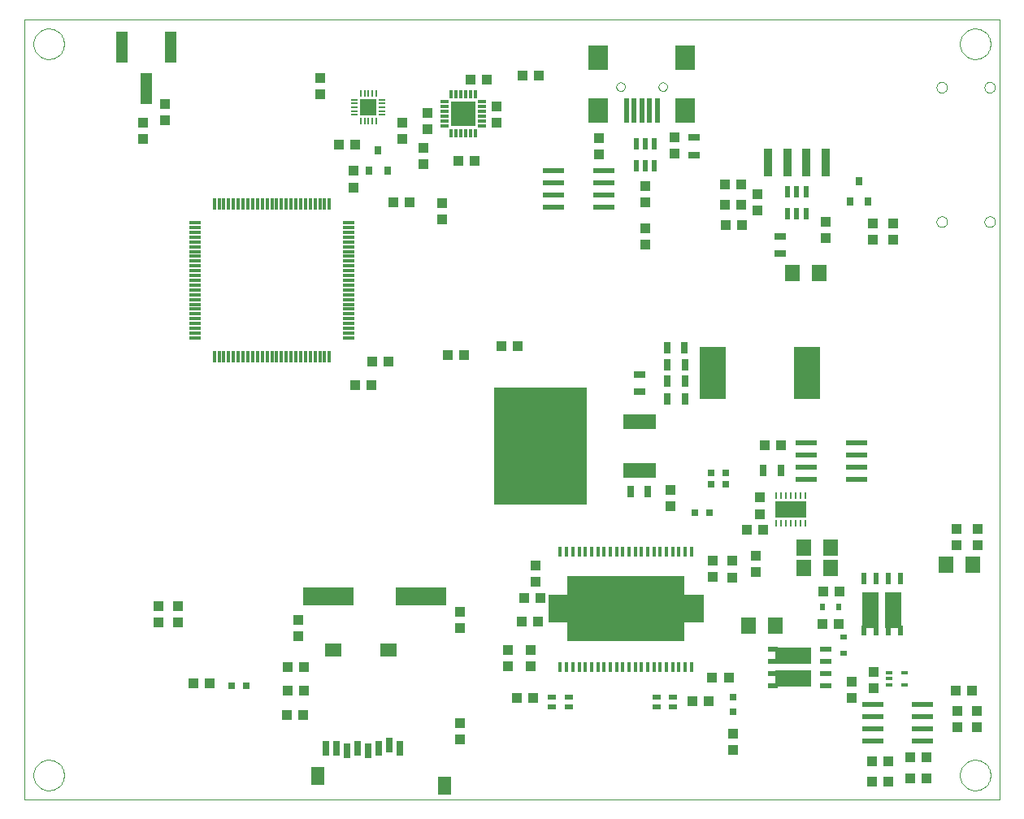
<source format=gtp>
G75*
G70*
%OFA0B0*%
%FSLAX24Y24*%
%IPPOS*%
%LPD*%
%AMOC8*
5,1,8,0,0,1.08239X$1,22.5*
%
%ADD10C,0.0000*%
%ADD11R,0.0472X0.0118*%
%ADD12R,0.0118X0.0472*%
%ADD13R,0.0470X0.1300*%
%ADD14R,0.0118X0.0413*%
%ADD15R,0.4803X0.2697*%
%ADD16R,0.0787X0.1142*%
%ADD17R,0.0433X0.0394*%
%ADD18R,0.0394X0.0433*%
%ADD19R,0.0197X0.0984*%
%ADD20R,0.0787X0.0984*%
%ADD21R,0.0236X0.0472*%
%ADD22R,0.0866X0.0236*%
%ADD23R,0.0354X0.1181*%
%ADD24R,0.0472X0.0315*%
%ADD25R,0.0315X0.0354*%
%ADD26R,0.0315X0.0315*%
%ADD27R,0.0098X0.0276*%
%ADD28R,0.1299X0.0669*%
%ADD29R,0.0330X0.0125*%
%ADD30R,0.0125X0.0330*%
%ADD31R,0.1000X0.1000*%
%ADD32R,0.1102X0.2126*%
%ADD33R,0.0315X0.0472*%
%ADD34R,0.2100X0.0760*%
%ADD35R,0.0630X0.0709*%
%ADD36R,0.0080X0.0310*%
%ADD37R,0.0310X0.0080*%
%ADD38R,0.0669X0.0669*%
%ADD39R,0.0295X0.0157*%
%ADD40R,0.0270X0.0130*%
%ADD41R,0.0500X0.0240*%
%ADD42R,0.0400X0.0240*%
%ADD43R,0.1500X0.0650*%
%ADD44R,0.0240X0.0500*%
%ADD45R,0.0240X0.0400*%
%ADD46R,0.0650X0.1500*%
%ADD47R,0.0236X0.0315*%
%ADD48R,0.0315X0.0236*%
%ADD49R,0.0335X0.0197*%
%ADD50R,0.1380X0.0630*%
%ADD51R,0.3840X0.4800*%
%ADD52R,0.0870X0.0240*%
%ADD53R,0.0709X0.0551*%
%ADD54R,0.0551X0.0748*%
%ADD55R,0.0315X0.0591*%
D10*
X000150Y001990D02*
X000150Y033990D01*
X040150Y033990D01*
X040150Y001990D01*
X000150Y001990D01*
X000525Y002990D02*
X000527Y003040D01*
X000533Y003089D01*
X000543Y003138D01*
X000556Y003185D01*
X000574Y003232D01*
X000595Y003277D01*
X000619Y003320D01*
X000647Y003361D01*
X000678Y003400D01*
X000712Y003436D01*
X000749Y003470D01*
X000789Y003500D01*
X000830Y003527D01*
X000874Y003551D01*
X000919Y003571D01*
X000966Y003587D01*
X001014Y003600D01*
X001063Y003609D01*
X001113Y003614D01*
X001162Y003615D01*
X001212Y003612D01*
X001261Y003605D01*
X001310Y003594D01*
X001357Y003580D01*
X001403Y003561D01*
X001448Y003539D01*
X001491Y003514D01*
X001531Y003485D01*
X001569Y003453D01*
X001605Y003419D01*
X001638Y003381D01*
X001667Y003341D01*
X001693Y003299D01*
X001716Y003255D01*
X001735Y003209D01*
X001751Y003162D01*
X001763Y003113D01*
X001771Y003064D01*
X001775Y003015D01*
X001775Y002965D01*
X001771Y002916D01*
X001763Y002867D01*
X001751Y002818D01*
X001735Y002771D01*
X001716Y002725D01*
X001693Y002681D01*
X001667Y002639D01*
X001638Y002599D01*
X001605Y002561D01*
X001569Y002527D01*
X001531Y002495D01*
X001491Y002466D01*
X001448Y002441D01*
X001403Y002419D01*
X001357Y002400D01*
X001310Y002386D01*
X001261Y002375D01*
X001212Y002368D01*
X001162Y002365D01*
X001113Y002366D01*
X001063Y002371D01*
X001014Y002380D01*
X000966Y002393D01*
X000919Y002409D01*
X000874Y002429D01*
X000830Y002453D01*
X000789Y002480D01*
X000749Y002510D01*
X000712Y002544D01*
X000678Y002580D01*
X000647Y002619D01*
X000619Y002660D01*
X000595Y002703D01*
X000574Y002748D01*
X000556Y002795D01*
X000543Y002842D01*
X000533Y002891D01*
X000527Y002940D01*
X000525Y002990D01*
X024427Y031230D02*
X024429Y031256D01*
X024435Y031282D01*
X024445Y031307D01*
X024458Y031330D01*
X024474Y031350D01*
X024494Y031368D01*
X024516Y031383D01*
X024539Y031395D01*
X024565Y031403D01*
X024591Y031407D01*
X024617Y031407D01*
X024643Y031403D01*
X024669Y031395D01*
X024693Y031383D01*
X024714Y031368D01*
X024734Y031350D01*
X024750Y031330D01*
X024763Y031307D01*
X024773Y031282D01*
X024779Y031256D01*
X024781Y031230D01*
X024779Y031204D01*
X024773Y031178D01*
X024763Y031153D01*
X024750Y031130D01*
X024734Y031110D01*
X024714Y031092D01*
X024692Y031077D01*
X024669Y031065D01*
X024643Y031057D01*
X024617Y031053D01*
X024591Y031053D01*
X024565Y031057D01*
X024539Y031065D01*
X024515Y031077D01*
X024494Y031092D01*
X024474Y031110D01*
X024458Y031130D01*
X024445Y031153D01*
X024435Y031178D01*
X024429Y031204D01*
X024427Y031230D01*
X026159Y031230D02*
X026161Y031256D01*
X026167Y031282D01*
X026177Y031307D01*
X026190Y031330D01*
X026206Y031350D01*
X026226Y031368D01*
X026248Y031383D01*
X026271Y031395D01*
X026297Y031403D01*
X026323Y031407D01*
X026349Y031407D01*
X026375Y031403D01*
X026401Y031395D01*
X026425Y031383D01*
X026446Y031368D01*
X026466Y031350D01*
X026482Y031330D01*
X026495Y031307D01*
X026505Y031282D01*
X026511Y031256D01*
X026513Y031230D01*
X026511Y031204D01*
X026505Y031178D01*
X026495Y031153D01*
X026482Y031130D01*
X026466Y031110D01*
X026446Y031092D01*
X026424Y031077D01*
X026401Y031065D01*
X026375Y031057D01*
X026349Y031053D01*
X026323Y031053D01*
X026297Y031057D01*
X026271Y031065D01*
X026247Y031077D01*
X026226Y031092D01*
X026206Y031110D01*
X026190Y031130D01*
X026177Y031153D01*
X026167Y031178D01*
X026161Y031204D01*
X026159Y031230D01*
X037559Y031206D02*
X037561Y031235D01*
X037567Y031263D01*
X037576Y031291D01*
X037589Y031317D01*
X037606Y031340D01*
X037625Y031362D01*
X037647Y031381D01*
X037672Y031396D01*
X037698Y031409D01*
X037726Y031417D01*
X037754Y031422D01*
X037783Y031423D01*
X037812Y031420D01*
X037840Y031413D01*
X037867Y031403D01*
X037893Y031389D01*
X037916Y031372D01*
X037937Y031352D01*
X037955Y031329D01*
X037970Y031304D01*
X037981Y031277D01*
X037989Y031249D01*
X037993Y031220D01*
X037993Y031192D01*
X037989Y031163D01*
X037981Y031135D01*
X037970Y031108D01*
X037955Y031083D01*
X037937Y031060D01*
X037916Y031040D01*
X037893Y031023D01*
X037867Y031009D01*
X037840Y030999D01*
X037812Y030992D01*
X037783Y030989D01*
X037754Y030990D01*
X037726Y030995D01*
X037698Y031003D01*
X037672Y031016D01*
X037647Y031031D01*
X037625Y031050D01*
X037606Y031072D01*
X037589Y031095D01*
X037576Y031121D01*
X037567Y031149D01*
X037561Y031177D01*
X037559Y031206D01*
X039527Y031206D02*
X039529Y031235D01*
X039535Y031263D01*
X039544Y031291D01*
X039557Y031317D01*
X039574Y031340D01*
X039593Y031362D01*
X039615Y031381D01*
X039640Y031396D01*
X039666Y031409D01*
X039694Y031417D01*
X039722Y031422D01*
X039751Y031423D01*
X039780Y031420D01*
X039808Y031413D01*
X039835Y031403D01*
X039861Y031389D01*
X039884Y031372D01*
X039905Y031352D01*
X039923Y031329D01*
X039938Y031304D01*
X039949Y031277D01*
X039957Y031249D01*
X039961Y031220D01*
X039961Y031192D01*
X039957Y031163D01*
X039949Y031135D01*
X039938Y031108D01*
X039923Y031083D01*
X039905Y031060D01*
X039884Y031040D01*
X039861Y031023D01*
X039835Y031009D01*
X039808Y030999D01*
X039780Y030992D01*
X039751Y030989D01*
X039722Y030990D01*
X039694Y030995D01*
X039666Y031003D01*
X039640Y031016D01*
X039615Y031031D01*
X039593Y031050D01*
X039574Y031072D01*
X039557Y031095D01*
X039544Y031121D01*
X039535Y031149D01*
X039529Y031177D01*
X039527Y031206D01*
X038525Y032990D02*
X038527Y033040D01*
X038533Y033089D01*
X038543Y033138D01*
X038556Y033185D01*
X038574Y033232D01*
X038595Y033277D01*
X038619Y033320D01*
X038647Y033361D01*
X038678Y033400D01*
X038712Y033436D01*
X038749Y033470D01*
X038789Y033500D01*
X038830Y033527D01*
X038874Y033551D01*
X038919Y033571D01*
X038966Y033587D01*
X039014Y033600D01*
X039063Y033609D01*
X039113Y033614D01*
X039162Y033615D01*
X039212Y033612D01*
X039261Y033605D01*
X039310Y033594D01*
X039357Y033580D01*
X039403Y033561D01*
X039448Y033539D01*
X039491Y033514D01*
X039531Y033485D01*
X039569Y033453D01*
X039605Y033419D01*
X039638Y033381D01*
X039667Y033341D01*
X039693Y033299D01*
X039716Y033255D01*
X039735Y033209D01*
X039751Y033162D01*
X039763Y033113D01*
X039771Y033064D01*
X039775Y033015D01*
X039775Y032965D01*
X039771Y032916D01*
X039763Y032867D01*
X039751Y032818D01*
X039735Y032771D01*
X039716Y032725D01*
X039693Y032681D01*
X039667Y032639D01*
X039638Y032599D01*
X039605Y032561D01*
X039569Y032527D01*
X039531Y032495D01*
X039491Y032466D01*
X039448Y032441D01*
X039403Y032419D01*
X039357Y032400D01*
X039310Y032386D01*
X039261Y032375D01*
X039212Y032368D01*
X039162Y032365D01*
X039113Y032366D01*
X039063Y032371D01*
X039014Y032380D01*
X038966Y032393D01*
X038919Y032409D01*
X038874Y032429D01*
X038830Y032453D01*
X038789Y032480D01*
X038749Y032510D01*
X038712Y032544D01*
X038678Y032580D01*
X038647Y032619D01*
X038619Y032660D01*
X038595Y032703D01*
X038574Y032748D01*
X038556Y032795D01*
X038543Y032842D01*
X038533Y032891D01*
X038527Y032940D01*
X038525Y032990D01*
X037559Y025694D02*
X037561Y025723D01*
X037567Y025751D01*
X037576Y025779D01*
X037589Y025805D01*
X037606Y025828D01*
X037625Y025850D01*
X037647Y025869D01*
X037672Y025884D01*
X037698Y025897D01*
X037726Y025905D01*
X037754Y025910D01*
X037783Y025911D01*
X037812Y025908D01*
X037840Y025901D01*
X037867Y025891D01*
X037893Y025877D01*
X037916Y025860D01*
X037937Y025840D01*
X037955Y025817D01*
X037970Y025792D01*
X037981Y025765D01*
X037989Y025737D01*
X037993Y025708D01*
X037993Y025680D01*
X037989Y025651D01*
X037981Y025623D01*
X037970Y025596D01*
X037955Y025571D01*
X037937Y025548D01*
X037916Y025528D01*
X037893Y025511D01*
X037867Y025497D01*
X037840Y025487D01*
X037812Y025480D01*
X037783Y025477D01*
X037754Y025478D01*
X037726Y025483D01*
X037698Y025491D01*
X037672Y025504D01*
X037647Y025519D01*
X037625Y025538D01*
X037606Y025560D01*
X037589Y025583D01*
X037576Y025609D01*
X037567Y025637D01*
X037561Y025665D01*
X037559Y025694D01*
X039527Y025694D02*
X039529Y025723D01*
X039535Y025751D01*
X039544Y025779D01*
X039557Y025805D01*
X039574Y025828D01*
X039593Y025850D01*
X039615Y025869D01*
X039640Y025884D01*
X039666Y025897D01*
X039694Y025905D01*
X039722Y025910D01*
X039751Y025911D01*
X039780Y025908D01*
X039808Y025901D01*
X039835Y025891D01*
X039861Y025877D01*
X039884Y025860D01*
X039905Y025840D01*
X039923Y025817D01*
X039938Y025792D01*
X039949Y025765D01*
X039957Y025737D01*
X039961Y025708D01*
X039961Y025680D01*
X039957Y025651D01*
X039949Y025623D01*
X039938Y025596D01*
X039923Y025571D01*
X039905Y025548D01*
X039884Y025528D01*
X039861Y025511D01*
X039835Y025497D01*
X039808Y025487D01*
X039780Y025480D01*
X039751Y025477D01*
X039722Y025478D01*
X039694Y025483D01*
X039666Y025491D01*
X039640Y025504D01*
X039615Y025519D01*
X039593Y025538D01*
X039574Y025560D01*
X039557Y025583D01*
X039544Y025609D01*
X039535Y025637D01*
X039529Y025665D01*
X039527Y025694D01*
X038525Y002990D02*
X038527Y003040D01*
X038533Y003089D01*
X038543Y003138D01*
X038556Y003185D01*
X038574Y003232D01*
X038595Y003277D01*
X038619Y003320D01*
X038647Y003361D01*
X038678Y003400D01*
X038712Y003436D01*
X038749Y003470D01*
X038789Y003500D01*
X038830Y003527D01*
X038874Y003551D01*
X038919Y003571D01*
X038966Y003587D01*
X039014Y003600D01*
X039063Y003609D01*
X039113Y003614D01*
X039162Y003615D01*
X039212Y003612D01*
X039261Y003605D01*
X039310Y003594D01*
X039357Y003580D01*
X039403Y003561D01*
X039448Y003539D01*
X039491Y003514D01*
X039531Y003485D01*
X039569Y003453D01*
X039605Y003419D01*
X039638Y003381D01*
X039667Y003341D01*
X039693Y003299D01*
X039716Y003255D01*
X039735Y003209D01*
X039751Y003162D01*
X039763Y003113D01*
X039771Y003064D01*
X039775Y003015D01*
X039775Y002965D01*
X039771Y002916D01*
X039763Y002867D01*
X039751Y002818D01*
X039735Y002771D01*
X039716Y002725D01*
X039693Y002681D01*
X039667Y002639D01*
X039638Y002599D01*
X039605Y002561D01*
X039569Y002527D01*
X039531Y002495D01*
X039491Y002466D01*
X039448Y002441D01*
X039403Y002419D01*
X039357Y002400D01*
X039310Y002386D01*
X039261Y002375D01*
X039212Y002368D01*
X039162Y002365D01*
X039113Y002366D01*
X039063Y002371D01*
X039014Y002380D01*
X038966Y002393D01*
X038919Y002409D01*
X038874Y002429D01*
X038830Y002453D01*
X038789Y002480D01*
X038749Y002510D01*
X038712Y002544D01*
X038678Y002580D01*
X038647Y002619D01*
X038619Y002660D01*
X038595Y002703D01*
X038574Y002748D01*
X038556Y002795D01*
X038543Y002842D01*
X038533Y002891D01*
X038527Y002940D01*
X038525Y002990D01*
X000525Y032990D02*
X000527Y033040D01*
X000533Y033089D01*
X000543Y033138D01*
X000556Y033185D01*
X000574Y033232D01*
X000595Y033277D01*
X000619Y033320D01*
X000647Y033361D01*
X000678Y033400D01*
X000712Y033436D01*
X000749Y033470D01*
X000789Y033500D01*
X000830Y033527D01*
X000874Y033551D01*
X000919Y033571D01*
X000966Y033587D01*
X001014Y033600D01*
X001063Y033609D01*
X001113Y033614D01*
X001162Y033615D01*
X001212Y033612D01*
X001261Y033605D01*
X001310Y033594D01*
X001357Y033580D01*
X001403Y033561D01*
X001448Y033539D01*
X001491Y033514D01*
X001531Y033485D01*
X001569Y033453D01*
X001605Y033419D01*
X001638Y033381D01*
X001667Y033341D01*
X001693Y033299D01*
X001716Y033255D01*
X001735Y033209D01*
X001751Y033162D01*
X001763Y033113D01*
X001771Y033064D01*
X001775Y033015D01*
X001775Y032965D01*
X001771Y032916D01*
X001763Y032867D01*
X001751Y032818D01*
X001735Y032771D01*
X001716Y032725D01*
X001693Y032681D01*
X001667Y032639D01*
X001638Y032599D01*
X001605Y032561D01*
X001569Y032527D01*
X001531Y032495D01*
X001491Y032466D01*
X001448Y032441D01*
X001403Y032419D01*
X001357Y032400D01*
X001310Y032386D01*
X001261Y032375D01*
X001212Y032368D01*
X001162Y032365D01*
X001113Y032366D01*
X001063Y032371D01*
X001014Y032380D01*
X000966Y032393D01*
X000919Y032409D01*
X000874Y032429D01*
X000830Y032453D01*
X000789Y032480D01*
X000749Y032510D01*
X000712Y032544D01*
X000678Y032580D01*
X000647Y032619D01*
X000619Y032660D01*
X000595Y032703D01*
X000574Y032748D01*
X000556Y032795D01*
X000543Y032842D01*
X000533Y032891D01*
X000527Y032940D01*
X000525Y032990D01*
D11*
X007150Y025652D03*
X007150Y025455D03*
X007150Y025258D03*
X007150Y025061D03*
X007150Y024864D03*
X007150Y024668D03*
X007150Y024471D03*
X007150Y024274D03*
X007150Y024077D03*
X007150Y023880D03*
X007150Y023683D03*
X007150Y023486D03*
X007150Y023290D03*
X007150Y023093D03*
X007150Y022896D03*
X007150Y022699D03*
X007150Y022502D03*
X007150Y022305D03*
X007150Y022109D03*
X007150Y021912D03*
X007150Y021715D03*
X007150Y021518D03*
X007150Y021321D03*
X007150Y021124D03*
X007150Y020927D03*
X013450Y020927D03*
X013450Y021124D03*
X013450Y021321D03*
X013450Y021518D03*
X013450Y021715D03*
X013450Y021912D03*
X013450Y022109D03*
X013450Y022305D03*
X013450Y022502D03*
X013450Y022699D03*
X013450Y022896D03*
X013450Y023093D03*
X013450Y023290D03*
X013450Y023486D03*
X013450Y023683D03*
X013450Y023880D03*
X013450Y024077D03*
X013450Y024274D03*
X013450Y024471D03*
X013450Y024668D03*
X013450Y024864D03*
X013450Y025061D03*
X013450Y025258D03*
X013450Y025455D03*
X013450Y025652D03*
D12*
X012662Y026439D03*
X012465Y026439D03*
X012269Y026439D03*
X012072Y026439D03*
X011875Y026439D03*
X011678Y026439D03*
X011481Y026439D03*
X011284Y026439D03*
X011087Y026439D03*
X010891Y026439D03*
X010694Y026439D03*
X010497Y026439D03*
X010300Y026439D03*
X010103Y026439D03*
X009906Y026439D03*
X009709Y026439D03*
X009513Y026439D03*
X009316Y026439D03*
X009119Y026439D03*
X008922Y026439D03*
X008725Y026439D03*
X008528Y026439D03*
X008331Y026439D03*
X008135Y026439D03*
X007938Y026439D03*
X007938Y020140D03*
X008135Y020140D03*
X008331Y020140D03*
X008528Y020140D03*
X008725Y020140D03*
X008922Y020140D03*
X009119Y020140D03*
X009316Y020140D03*
X009513Y020140D03*
X009709Y020140D03*
X009906Y020140D03*
X010103Y020140D03*
X010300Y020140D03*
X010497Y020140D03*
X010694Y020140D03*
X010891Y020140D03*
X011087Y020140D03*
X011284Y020140D03*
X011481Y020140D03*
X011678Y020140D03*
X011875Y020140D03*
X012072Y020140D03*
X012269Y020140D03*
X012465Y020140D03*
X012662Y020140D03*
D13*
X005150Y031150D03*
X004150Y032850D03*
X006150Y032850D03*
D14*
X022133Y012172D03*
X022389Y012172D03*
X022645Y012172D03*
X022901Y012172D03*
X023157Y012172D03*
X023413Y012172D03*
X023669Y012172D03*
X023924Y012172D03*
X024180Y012172D03*
X024436Y012172D03*
X024692Y012172D03*
X024948Y012172D03*
X025204Y012172D03*
X025460Y012172D03*
X025716Y012172D03*
X025972Y012172D03*
X026228Y012172D03*
X026484Y012172D03*
X026739Y012172D03*
X026995Y012172D03*
X027251Y012172D03*
X027507Y012172D03*
X027507Y007428D03*
X027251Y007428D03*
X026995Y007428D03*
X026739Y007428D03*
X026484Y007428D03*
X026228Y007428D03*
X025972Y007428D03*
X025716Y007428D03*
X025460Y007428D03*
X025204Y007428D03*
X024948Y007428D03*
X024692Y007428D03*
X024436Y007428D03*
X024180Y007428D03*
X023924Y007428D03*
X023669Y007428D03*
X023413Y007428D03*
X023157Y007428D03*
X022901Y007428D03*
X022645Y007428D03*
X022389Y007428D03*
X022133Y007428D03*
D15*
X024830Y009810D03*
D16*
X027625Y009810D03*
X022035Y009810D03*
D17*
X021305Y010240D03*
X020635Y010240D03*
X020555Y009290D03*
X021225Y009290D03*
X021005Y006140D03*
X020335Y006140D03*
X027535Y006030D03*
X028205Y006030D03*
X028365Y006980D03*
X029035Y006980D03*
X032875Y009200D03*
X033545Y009200D03*
X033585Y010530D03*
X032915Y010530D03*
X030455Y013040D03*
X029785Y013040D03*
X030525Y016510D03*
X031195Y016510D03*
X029575Y025540D03*
X028905Y025540D03*
X028895Y026390D03*
X029565Y026390D03*
X029555Y027230D03*
X028885Y027230D03*
X021255Y031690D03*
X020585Y031690D03*
X019125Y031510D03*
X018455Y031510D03*
X018605Y028200D03*
X017935Y028200D03*
X015965Y026480D03*
X015295Y026480D03*
X013725Y028850D03*
X013055Y028850D03*
X019715Y020600D03*
X020385Y020600D03*
X018195Y020210D03*
X017525Y020210D03*
X015085Y019970D03*
X014415Y019970D03*
X014385Y019000D03*
X013715Y019000D03*
X011605Y007420D03*
X010935Y007420D03*
X010935Y006440D03*
X011605Y006440D03*
X011585Y005460D03*
X010915Y005460D03*
X007745Y006740D03*
X007075Y006740D03*
X034905Y003570D03*
X035575Y003570D03*
X036475Y003730D03*
X037145Y003730D03*
X037145Y002850D03*
X036475Y002850D03*
X035575Y002730D03*
X034905Y002730D03*
X038355Y006470D03*
X039025Y006470D03*
D18*
X039230Y005634D03*
X039230Y004965D03*
X038420Y004955D03*
X038420Y005624D03*
X034980Y006555D03*
X034980Y007224D03*
X034090Y006834D03*
X034090Y006165D03*
X029220Y004694D03*
X029220Y004025D03*
X020900Y007445D03*
X020900Y008114D03*
X019990Y008114D03*
X019990Y007445D03*
X018010Y009035D03*
X018010Y009704D03*
X021110Y010925D03*
X021110Y011594D03*
X026640Y014025D03*
X026640Y014694D03*
X028370Y011784D03*
X028370Y011115D03*
X029170Y011105D03*
X029170Y011774D03*
X030160Y011994D03*
X030160Y011325D03*
X030320Y013705D03*
X030320Y014374D03*
X038370Y013084D03*
X038370Y012415D03*
X039250Y012425D03*
X039250Y013094D03*
X035770Y024945D03*
X035770Y025614D03*
X034960Y025634D03*
X034960Y024965D03*
X033010Y025035D03*
X033010Y025704D03*
X030230Y026155D03*
X030230Y026824D03*
X026820Y028475D03*
X026820Y029144D03*
X025620Y027144D03*
X025620Y026475D03*
X025620Y025414D03*
X025620Y024745D03*
X023700Y028455D03*
X023700Y029124D03*
X019530Y029755D03*
X019530Y030424D03*
X016690Y030164D03*
X016690Y029495D03*
X016500Y028734D03*
X016500Y028065D03*
X015660Y029075D03*
X015660Y029744D03*
X013660Y027774D03*
X013660Y027105D03*
X017290Y026444D03*
X017290Y025775D03*
X012280Y030935D03*
X012280Y031604D03*
X005920Y030524D03*
X005920Y029855D03*
X005020Y029754D03*
X005020Y029085D03*
X005660Y009924D03*
X005660Y009255D03*
X006460Y009255D03*
X006460Y009924D03*
X011390Y009354D03*
X011390Y008685D03*
X018030Y005124D03*
X018030Y004455D03*
D19*
X024840Y030245D03*
X025155Y030245D03*
X025470Y030245D03*
X025785Y030245D03*
X026100Y030245D03*
D20*
X027242Y030245D03*
X027242Y032411D03*
X023698Y032411D03*
X023698Y030245D03*
D21*
X025246Y028883D03*
X025620Y028883D03*
X025994Y028883D03*
X025994Y027977D03*
X025620Y027977D03*
X025246Y027977D03*
X031456Y026923D03*
X031830Y026923D03*
X032204Y026923D03*
X032204Y026017D03*
X031830Y026017D03*
X031456Y026017D03*
D22*
X023914Y026290D03*
X023914Y026790D03*
X023914Y027290D03*
X023914Y027790D03*
X021866Y027790D03*
X021866Y027290D03*
X021866Y026790D03*
X021866Y026290D03*
X034936Y005880D03*
X034936Y005380D03*
X034936Y004880D03*
X034936Y004380D03*
X036984Y004380D03*
X036984Y004880D03*
X036984Y005380D03*
X036984Y005880D03*
D23*
X033011Y028131D03*
X032224Y028131D03*
X031436Y028131D03*
X030649Y028131D03*
D24*
X027600Y028435D03*
X027600Y029144D03*
X031140Y025094D03*
X031140Y024385D03*
X025370Y019424D03*
X025370Y018715D03*
D25*
X034016Y026536D03*
X034764Y026536D03*
X034390Y027363D03*
X015034Y027796D03*
X014286Y027796D03*
X014660Y028623D03*
D26*
X028315Y015390D03*
X028315Y014920D03*
X028905Y014920D03*
X028905Y015390D03*
X028235Y013770D03*
X027645Y013770D03*
X029230Y006175D03*
X029230Y005584D03*
X009245Y006640D03*
X008655Y006640D03*
D27*
X030989Y013329D03*
X031186Y013329D03*
X031383Y013329D03*
X031580Y013329D03*
X031777Y013329D03*
X031974Y013329D03*
X032171Y013329D03*
X032171Y014470D03*
X031974Y014470D03*
X031777Y014470D03*
X031580Y014470D03*
X031383Y014470D03*
X031186Y014470D03*
X030989Y014470D03*
D28*
X031580Y013900D03*
D29*
X018928Y029637D03*
X018928Y029834D03*
X018928Y030031D03*
X018928Y030228D03*
X018928Y030425D03*
X018928Y030622D03*
X017372Y030622D03*
X017372Y030425D03*
X017372Y030228D03*
X017372Y030031D03*
X017372Y029834D03*
X017372Y029637D03*
D30*
X017658Y029332D03*
X017855Y029332D03*
X018052Y029332D03*
X018248Y029332D03*
X018445Y029332D03*
X018642Y029332D03*
X018642Y030907D03*
X018445Y030907D03*
X018248Y030907D03*
X018052Y030907D03*
X017855Y030907D03*
X017658Y030907D03*
D31*
X018150Y030130D03*
D32*
X028392Y019490D03*
X032250Y019490D03*
D33*
X031174Y015480D03*
X030466Y015480D03*
X027234Y018430D03*
X026526Y018430D03*
X026526Y019160D03*
X026526Y019810D03*
X027234Y019810D03*
X027234Y019160D03*
X027224Y020520D03*
X026516Y020520D03*
X025724Y014620D03*
X025016Y014620D03*
D34*
X016410Y010330D03*
X012610Y010330D03*
D35*
X029849Y009130D03*
X030951Y009130D03*
X032109Y011480D03*
X032109Y012320D03*
X033211Y012320D03*
X033211Y011480D03*
X037959Y011610D03*
X039061Y011610D03*
X032761Y023590D03*
X031659Y023590D03*
D36*
X014575Y029819D03*
X014417Y029819D03*
X014260Y029819D03*
X014103Y029819D03*
X013945Y029819D03*
X013945Y030960D03*
X014103Y030960D03*
X014260Y030960D03*
X014417Y030960D03*
X014575Y030960D03*
D37*
X014831Y030705D03*
X014831Y030547D03*
X014831Y030390D03*
X014831Y030232D03*
X014831Y030075D03*
X013689Y030075D03*
X013689Y030232D03*
X013689Y030390D03*
X013689Y030547D03*
X013689Y030705D03*
D38*
X014260Y030390D03*
D39*
X036265Y007196D03*
X036265Y006684D03*
D40*
X035615Y006675D03*
X035615Y006940D03*
X035615Y007205D03*
D41*
X033000Y007170D03*
X033000Y006670D03*
X033000Y007670D03*
X033000Y008170D03*
D42*
X030850Y008170D03*
X030850Y007670D03*
X030850Y007170D03*
X030850Y006670D03*
D43*
X031680Y006965D03*
X031680Y007875D03*
D44*
X034570Y011060D03*
X035070Y011060D03*
X035570Y011060D03*
X036070Y011060D03*
D45*
X036070Y008910D03*
X035570Y008910D03*
X035070Y008910D03*
X034570Y008910D03*
D46*
X034865Y009740D03*
X035775Y009740D03*
D47*
X033550Y009900D03*
X032881Y009900D03*
D48*
X033750Y008669D03*
X033750Y008000D03*
D49*
X026764Y006186D03*
X026076Y006186D03*
X026076Y005793D03*
X026764Y005793D03*
X022484Y005793D03*
X022484Y006186D03*
X021796Y006186D03*
X021796Y005793D03*
D50*
X025370Y015490D03*
X025370Y017490D03*
D51*
X021330Y016490D03*
D52*
X032230Y016610D03*
X032230Y016110D03*
X032230Y015610D03*
X032230Y015110D03*
X034290Y015110D03*
X034290Y015610D03*
X034290Y016110D03*
X034290Y016610D03*
D53*
X015071Y008132D03*
X012827Y008132D03*
D54*
X012197Y002955D03*
X017374Y002561D03*
D55*
X015540Y004077D03*
X015107Y004234D03*
X014674Y004077D03*
X014240Y003998D03*
X013807Y004077D03*
X013374Y003998D03*
X012941Y004077D03*
X012508Y004077D03*
M02*

</source>
